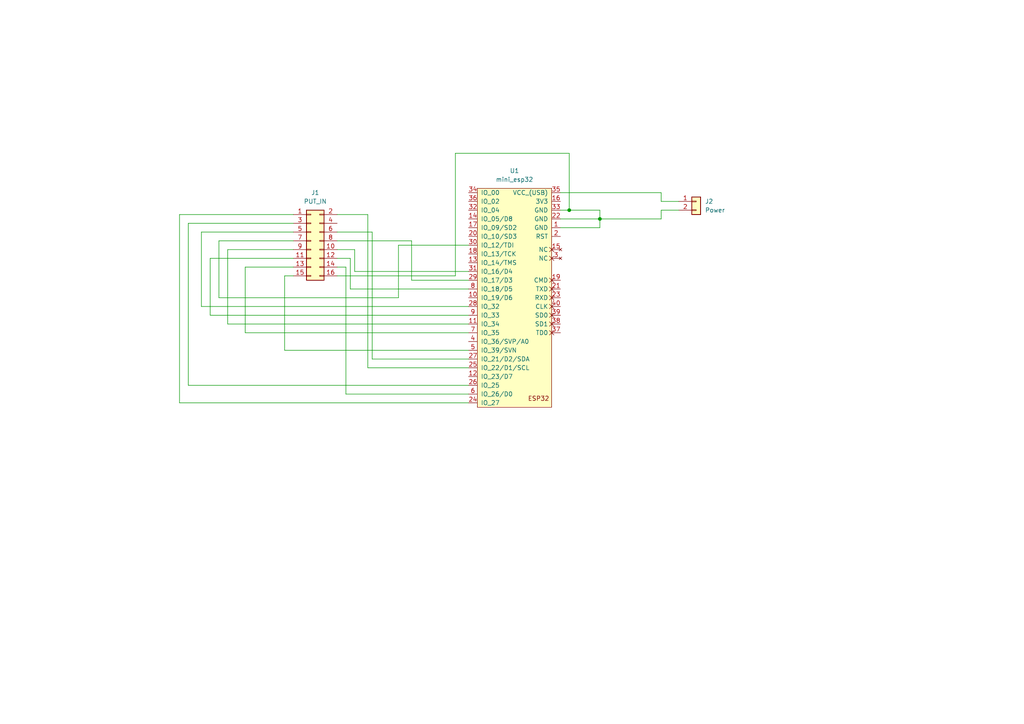
<source format=kicad_sch>
(kicad_sch (version 20211123) (generator eeschema)
  (paper "A4")
  (lib_symbols
    (symbol "Connector_Generic:Conn_01x02" (pin_names (offset 1.016) hide)
      (property "Reference" "J" (at 0 2.54 0))
      (property "Value" "Conn_01x02" (at 0 -5.08 0))
      (symbol "Conn_01x02_1_1"
        (rectangle (start -1.27 -2.413) (end 0 -2.667) (stroke (width 0.1524)))
        (rectangle (start -1.27 0.127) (end 0 -0.127) (stroke (width 0.1524)))
        (rectangle (start -1.27 1.27) (end 1.27 -3.81) (stroke (width 0.254)) (fill (type background)))
        (pin passive line (at -5.08 0 0) (length 3.81) (name "Pin_1") (number "1"))
        (pin passive line (at -5.08 -2.54 0) (length 3.81) (name "Pin_2") (number "2"))
      )
    )
    (symbol "Connector_Generic:Conn_02x08_Odd_Even" (pin_names (offset 1.016) hide)
      (property "Reference" "J" (at 1.27 10.16 0))
      (property "Value" "Conn_02x08_Odd_Even" (at 1.27 -12.7 0))
      (symbol "Conn_02x08_Odd_Even_1_1"
        (rectangle (start -1.27 -10.033) (end 0 -10.287) (stroke (width 0.1524)))
        (rectangle (start -1.27 -7.493) (end 0 -7.747) (stroke (width 0.1524)))
        (rectangle (start -1.27 -4.953) (end 0 -5.207) (stroke (width 0.1524)))
        (rectangle (start -1.27 -2.413) (end 0 -2.667) (stroke (width 0.1524)))
        (rectangle (start -1.27 0.127) (end 0 -0.127) (stroke (width 0.1524)))
        (rectangle (start -1.27 2.667) (end 0 2.413) (stroke (width 0.1524)))
        (rectangle (start -1.27 5.207) (end 0 4.953) (stroke (width 0.1524)))
        (rectangle (start -1.27 7.747) (end 0 7.493) (stroke (width 0.1524)))
        (rectangle (start -1.27 8.89) (end 3.81 -11.43) (stroke (width 0.254)) (fill (type background)))
        (rectangle (start 3.81 -10.033) (end 2.54 -10.287) (stroke (width 0.1524)))
        (rectangle (start 3.81 -7.493) (end 2.54 -7.747) (stroke (width 0.1524)))
        (rectangle (start 3.81 -4.953) (end 2.54 -5.207) (stroke (width 0.1524)))
        (rectangle (start 3.81 -2.413) (end 2.54 -2.667) (stroke (width 0.1524)))
        (rectangle (start 3.81 0.127) (end 2.54 -0.127) (stroke (width 0.1524)))
        (rectangle (start 3.81 2.667) (end 2.54 2.413) (stroke (width 0.1524)))
        (rectangle (start 3.81 5.207) (end 2.54 4.953) (stroke (width 0.1524)))
        (rectangle (start 3.81 7.747) (end 2.54 7.493) (stroke (width 0.1524)))
        (pin passive line (at -5.08 7.62 0) (length 3.81) (name "Pin_1") (number "1"))
        (pin passive line (at 7.62 -2.54 180) (length 3.81) (name "Pin_10") (number "10"))
        (pin passive line (at -5.08 -5.08 0) (length 3.81) (name "Pin_11") (number "11"))
        (pin passive line (at 7.62 -5.08 180) (length 3.81) (name "Pin_12") (number "12"))
        (pin passive line (at -5.08 -7.62 0) (length 3.81) (name "Pin_13") (number "13"))
        (pin passive line (at 7.62 -7.62 180) (length 3.81) (name "Pin_14") (number "14"))
        (pin passive line (at -5.08 -10.16 0) (length 3.81) (name "Pin_15") (number "15"))
        (pin passive line (at 7.62 -10.16 180) (length 3.81) (name "Pin_16") (number "16"))
        (pin passive line (at 7.62 7.62 180) (length 3.81) (name "Pin_2") (number "2"))
        (pin passive line (at -5.08 5.08 0) (length 3.81) (name "Pin_3") (number "3"))
        (pin passive line (at 7.62 5.08 180) (length 3.81) (name "Pin_4") (number "4"))
        (pin passive line (at -5.08 2.54 0) (length 3.81) (name "Pin_5") (number "5"))
        (pin passive line (at 7.62 2.54 180) (length 3.81) (name "Pin_6") (number "6"))
        (pin passive line (at -5.08 0 0) (length 3.81) (name "Pin_7") (number "7"))
        (pin passive line (at 7.62 0 180) (length 3.81) (name "Pin_8") (number "8"))
        (pin passive line (at -5.08 -2.54 0) (length 3.81) (name "Pin_9") (number "9"))
      )
    )
    (symbol "ESP32_mini:mini_esp32" (pin_names (offset 1.016))
      (property "Reference" "U" (at -7.62 -50.8 0))
      (property "Value" "mini_esp32" (at 5.08 -59.69 0))
      (symbol "mini_esp32_0_0"
        (text "ESP32" (at 7.62 -62.23 0) (effects (font (size 1.27 1.27))))
        (pin power_in line (at 13.97 -12.7 180) (length 2.54) (name "GND") (number "1"))
        (pin input line (at 13.97 -15.24 180) (length 2.54) (name "RST") (number "2"))
        (pin no_connect non_logic (at 13.97 -21.59 180) (length 2.54) (name "NC") (number "3"))
        (pin bidirectional line (at -12.7 -45.72 0) (length 2.54) (name "IO_36/SVP/A0") (number "4"))
        (pin bidirectional line (at -12.7 -48.26 0) (length 2.54) (name "IO_39/SVN") (number "5"))
      )
      (symbol "mini_esp32_0_1"
        (rectangle (start -10.16 -1.27) (end 11.43 -64.77) (fill (type background)))
      )
      (symbol "mini_esp32_1_1"
        (pin bidirectional line (at -12.7 -33.02 0) (length 2.54) (name "IO_19/D6") (number "10"))
        (pin bidirectional line (at -12.7 -40.64 0) (length 2.54) (name "IO_34") (number "11"))
        (pin bidirectional line (at -12.7 -55.88 0) (length 2.54) (name "IO_23/D7") (number "12"))
        (pin bidirectional line (at -12.7 -22.86 0) (length 2.54) (name "IO_14/TMS") (number "13"))
        (pin bidirectional line (at -12.7 -10.16 0) (length 2.54) (name "IO_05/D8") (number "14"))
        (pin no_connect non_logic (at 13.97 -19.05 180) (length 2.54) (name "NC") (number "15"))
        (pin power_in line (at 13.97 -5.08 180) (length 2.54) (name "3V3") (number "16"))
        (pin bidirectional line (at -12.7 -12.7 0) (length 2.54) (name "IO_09/SD2") (number "17"))
        (pin bidirectional line (at -12.7 -20.32 0) (length 2.54) (name "IO_13/TCK") (number "18"))
        (pin passive non_logic (at 13.97 -27.94 180) (length 2.54) (name "CMD") (number "19"))
        (pin bidirectional line (at -12.7 -15.24 0) (length 2.54) (name "IO_10/SD3") (number "20"))
        (pin passive non_logic (at 13.97 -30.48 180) (length 2.54) (name "TXD") (number "21"))
        (pin power_in line (at 13.97 -10.16 180) (length 2.54) (name "GND") (number "22"))
        (pin passive non_logic (at 13.97 -33.02 180) (length 2.54) (name "RXD") (number "23"))
        (pin bidirectional line (at -12.7 -63.5 0) (length 2.54) (name "IO_27") (number "24"))
        (pin bidirectional line (at -12.7 -53.34 0) (length 2.54) (name "IO_22/D1/SCL") (number "25"))
        (pin bidirectional line (at -12.7 -58.42 0) (length 2.54) (name "IO_25") (number "26"))
        (pin bidirectional line (at -12.7 -50.8 0) (length 2.54) (name "IO_21/D2/SDA") (number "27"))
        (pin bidirectional line (at -12.7 -35.56 0) (length 2.54) (name "IO_32") (number "28"))
        (pin bidirectional line (at -12.7 -27.94 0) (length 2.54) (name "IO_17/D3") (number "29"))
        (pin bidirectional line (at -12.7 -17.78 0) (length 2.54) (name "IO_12/TDI") (number "30"))
        (pin bidirectional line (at -12.7 -25.4 0) (length 2.54) (name "IO_16/D4") (number "31"))
        (pin bidirectional line (at -12.7 -7.62 0) (length 2.54) (name "IO_04") (number "32"))
        (pin power_in line (at 13.97 -7.62 180) (length 2.54) (name "GND") (number "33"))
        (pin bidirectional line (at -12.7 -2.54 0) (length 2.54) (name "IO_00") (number "34"))
        (pin power_in line (at 13.97 -2.54 180) (length 2.54) (name "VCC_(USB)") (number "35"))
        (pin bidirectional line (at -12.7 -5.08 0) (length 2.54) (name "IO_02") (number "36"))
        (pin passive non_logic (at 13.97 -43.18 180) (length 2.54) (name "TD0") (number "37"))
        (pin passive non_logic (at 13.97 -40.64 180) (length 2.54) (name "SD1") (number "38"))
        (pin passive non_logic (at 13.97 -38.1 180) (length 2.54) (name "SD0") (number "39"))
        (pin passive non_logic (at 13.97 -35.56 180) (length 2.54) (name "CLK") (number "40"))
        (pin bidirectional line (at -12.7 -60.96 0) (length 2.54) (name "IO_26/D0") (number "6"))
        (pin bidirectional line (at -12.7 -43.18 0) (length 2.54) (name "IO_35") (number "7"))
        (pin bidirectional line (at -12.7 -30.48 0) (length 2.54) (name "IO_18/D5") (number "8"))
        (pin bidirectional line (at -12.7 -38.1 0) (length 2.54) (name "IO_33") (number "9"))
      )
    )
  )
  (junction (at 165.1 60.96))
  (junction (at 173.99 63.5))
  (wire (pts (xy 107.95 104.14) (xy 107.95 67.31)))
  (wire (pts (xy 106.68 106.68) (xy 106.68 62.23)))
  (wire (pts (xy 132.08 80.01) (xy 132.08 44.45)))
  (wire (pts (xy 196.85 58.42) (xy 191.77 58.42)))
  (wire (pts (xy 191.77 60.96) (xy 191.77 63.5)))
  (wire (pts (xy 135.89 96.52) (xy 71.12 96.52)))
  (wire (pts (xy 162.56 63.5) (xy 173.99 63.5)))
  (wire (pts (xy 101.6 83.82) (xy 101.6 74.93)))
  (wire (pts (xy 135.89 111.76) (xy 54.61 111.76)))
  (wire (pts (xy 54.61 111.76) (xy 54.61 64.77)))
  (wire (pts (xy 135.89 88.9) (xy 58.42 88.9)))
  (wire (pts (xy 63.5 69.85) (xy 85.09 69.85)))
  (wire (pts (xy 165.1 44.45) (xy 165.1 60.96)))
  (wire (pts (xy 135.89 83.82) (xy 101.6 83.82)))
  (wire (pts (xy 60.96 74.93) (xy 85.09 74.93)))
  (wire (pts (xy 115.57 86.36) (xy 63.5 86.36)))
  (wire (pts (xy 97.79 80.01) (xy 132.08 80.01)))
  (wire (pts (xy 52.07 116.84) (xy 135.89 116.84)))
  (wire (pts (xy 66.04 72.39) (xy 85.09 72.39)))
  (wire (pts (xy 102.87 78.74) (xy 102.87 72.39)))
  (wire (pts (xy 106.68 62.23) (xy 97.79 62.23)))
  (wire (pts (xy 52.07 62.23) (xy 52.07 116.84)))
  (wire (pts (xy 58.42 67.31) (xy 85.09 67.31)))
  (wire (pts (xy 135.89 71.12) (xy 115.57 71.12)))
  (wire (pts (xy 135.89 81.28) (xy 119.38 81.28)))
  (wire (pts (xy 173.99 63.5) (xy 173.99 60.96)))
  (wire (pts (xy 115.57 71.12) (xy 115.57 86.36)))
  (wire (pts (xy 97.79 77.47) (xy 100.33 77.47)))
  (wire (pts (xy 132.08 44.45) (xy 165.1 44.45)))
  (wire (pts (xy 60.96 74.93) (xy 60.96 91.44)))
  (wire (pts (xy 191.77 58.42) (xy 191.77 55.88)))
  (wire (pts (xy 71.12 77.47) (xy 85.09 77.47)))
  (wire (pts (xy 135.89 114.3) (xy 100.33 114.3)))
  (wire (pts (xy 162.56 66.04) (xy 173.99 66.04)))
  (wire (pts (xy 173.99 63.5) (xy 191.77 63.5)))
  (wire (pts (xy 97.79 72.39) (xy 102.87 72.39)))
  (wire (pts (xy 82.55 101.6) (xy 82.55 80.01)))
  (wire (pts (xy 135.89 91.44) (xy 60.96 91.44)))
  (wire (pts (xy 191.77 55.88) (xy 162.56 55.88)))
  (wire (pts (xy 97.79 69.85) (xy 119.38 69.85)))
  (wire (pts (xy 63.5 86.36) (xy 63.5 69.85)))
  (wire (pts (xy 173.99 66.04) (xy 173.99 63.5)))
  (wire (pts (xy 97.79 67.31) (xy 107.95 67.31)))
  (wire (pts (xy 85.09 62.23) (xy 52.07 62.23)))
  (wire (pts (xy 196.85 60.96) (xy 191.77 60.96)))
  (wire (pts (xy 135.89 101.6) (xy 82.55 101.6)))
  (wire (pts (xy 66.04 72.39) (xy 66.04 93.98)))
  (wire (pts (xy 162.56 60.96) (xy 165.1 60.96)))
  (wire (pts (xy 97.79 74.93) (xy 101.6 74.93)))
  (wire (pts (xy 135.89 104.14) (xy 107.95 104.14)))
  (wire (pts (xy 100.33 114.3) (xy 100.33 77.47)))
  (wire (pts (xy 135.89 93.98) (xy 66.04 93.98)))
  (wire (pts (xy 135.89 106.68) (xy 106.68 106.68)))
  (wire (pts (xy 82.55 80.01) (xy 85.09 80.01)))
  (wire (pts (xy 165.1 60.96) (xy 173.99 60.96)))
  (wire (pts (xy 135.89 78.74) (xy 102.87 78.74)))
  (wire (pts (xy 71.12 77.47) (xy 71.12 96.52)))
  (wire (pts (xy 119.38 81.28) (xy 119.38 69.85)))
  (wire (pts (xy 58.42 88.9) (xy 58.42 67.31)))
  (wire (pts (xy 54.61 64.77) (xy 85.09 64.77)))
  (symbol (lib_id "ESP32_mini:mini_esp32") (at 148.59 53.34 0) (unit 1)
    (property "Reference" "U1" (at 149.225 49.53 0))
    (property "Value" "mini_esp32" (at 149.225 52.07 0))
    (property "Footprint" "ESP32_mini:ESP32_mini" (effects hide))
  )
  (symbol (lib_id "Connector_Generic:Conn_02x08_Odd_Even") (at 90.17 69.85 0) (unit 1)
    (property "Reference" "J1" (at 91.44 55.88 0))
    (property "Value" "PUT_IN" (at 91.44 58.42 0))
    (property "Footprint" "Connector_PinSocket_2.54mm:PinSocket_2x08_P2.54mm_Vertical" (effects hide))
  )
  (symbol (lib_id "Connector_Generic:Conn_01x02") (at 201.93 58.42 0) (unit 1)
    (property "Reference" "J2" (at 204.47 58.4199 0) (effects (justify left)))
    (property "Value" "Power" (at 204.47 60.9599 0) (effects (justify left)))
    (property "Footprint" "Connector_Phoenix_GMSTB:PhoenixContact_GMSTBVA_2,5_2-G_1x02_P7.50mm_Vertical" (effects hide))
  )
)
</source>
